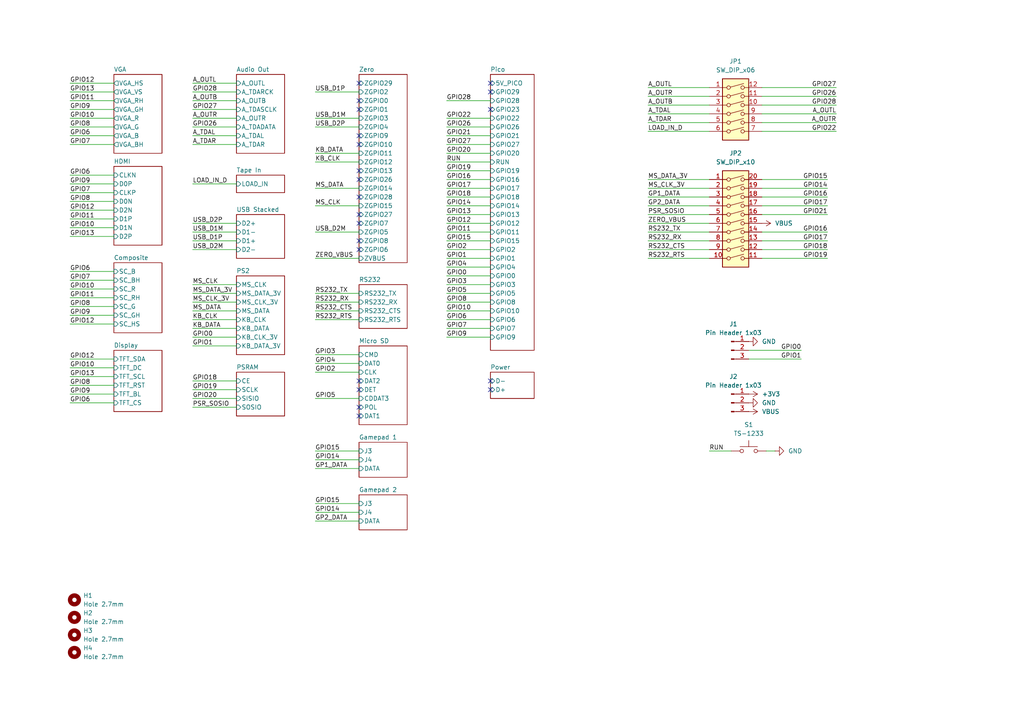
<source format=kicad_sch>
(kicad_sch (version 20250114) (generator "eeschema") (generator_version "9.0")
  (paper "A4")
  (title_block (title "FRANK M1") (date "2025-03-26") (rev "1.16") (company "Mikhail Matveev") (comment 1 "https://github.com/xtremespb/frank"))
  (lib_symbols
    (symbol "Connector:Conn_01x03_Pin" (pin_names (offset 1.016) (hide yes))
      (property "Reference" "J" (at 0 5.08 0))
      (property "Value" "Conn_01x03_Pin" (at 0 -5.08 0))
      (symbol "Conn_01x03_Pin_1_1"
        (rectangle (start 0.8636 2.667) (end 0 2.413) (stroke (width 0.1524)) (fill (type outline)))
        (rectangle (start 0.8636 0.127) (end 0 -0.127) (stroke (width 0.1524)) (fill (type outline)))
        (rectangle (start 0.8636 -2.413) (end 0 -2.667) (stroke (width 0.1524)) (fill (type outline)))
        (polyline (pts (xy 1.27 2.54) (xy 0.8636 2.54)) (stroke (width 0.1524)))
        (polyline (pts (xy 1.27 0) (xy 0.8636 0)) (stroke (width 0.1524)))
        (polyline (pts (xy 1.27 -2.54) (xy 0.8636 -2.54)) (stroke (width 0.1524)))
        (pin passive line (at 5.08 2.54 180) (length 3.81) (name "Pin_1") (number "1"))
        (pin passive line (at 5.08 0 180) (length 3.81) (name "Pin_2") (number "2"))
        (pin passive line (at 5.08 -2.54 180) (length 3.81) (name "Pin_3") (number "3"))
      )
    )
    (symbol "Mechanical:MountingHole" (pin_names (offset 1.016)) (exclude_from_sim yes) (in_bom no)
      (property "Reference" "H" (at 0 5.08 0))
      (property "Value" "MountingHole" (at 0 3.175 0))
      (symbol "MountingHole_0_1"
        (circle (center 0 0) (radius 1.27) (stroke (width 1.27)))
      )
    )
    (symbol "Switch:SW_DIP_x06" (pin_names (offset 0) (hide yes))
      (property "Reference" "SW" (at 0 11.43 0))
      (property "Value" "SW_DIP_x06" (at 0 -8.89 0))
      (symbol "SW_DIP_x06_0_0"
        (circle (center -2.032 7.62) (radius 0.508))
        (circle (center -2.032 5.08) (radius 0.508))
        (circle (center -2.032 2.54) (radius 0.508))
        (circle (center -2.032 0) (radius 0.508))
        (circle (center -2.032 -2.54) (radius 0.508))
        (circle (center -2.032 -5.08) (radius 0.508))
        (polyline (pts (xy -1.524 7.747) (xy 2.3622 8.7884)))
        (polyline (pts (xy -1.524 5.207) (xy 2.3622 6.2484)))
        (polyline (pts (xy -1.524 2.667) (xy 2.3622 3.7084)))
        (polyline (pts (xy -1.524 0.127) (xy 2.3622 1.1684)))
        (polyline (pts (xy -1.524 -2.3876) (xy 2.3622 -1.3462)))
        (polyline (pts (xy -1.524 -4.9276) (xy 2.3622 -3.8862)))
        (circle (center 2.032 7.62) (radius 0.508))
        (circle (center 2.032 5.08) (radius 0.508))
        (circle (center 2.032 2.54) (radius 0.508))
        (circle (center 2.032 0) (radius 0.508))
        (circle (center 2.032 -2.54) (radius 0.508))
        (circle (center 2.032 -5.08) (radius 0.508))
      )
      (symbol "SW_DIP_x06_0_1"
        (rectangle (start -3.81 10.16) (end 3.81 -7.62) (stroke (width 0.254)) (fill (type background)))
      )
      (symbol "SW_DIP_x06_1_1"
        (pin passive line (at -7.62 7.62 0) (length 5.08) (name "~") (number "1"))
        (pin passive line (at -7.62 5.08 0) (length 5.08) (name "~") (number "2"))
        (pin passive line (at -7.62 2.54 0) (length 5.08) (name "~") (number "3"))
        (pin passive line (at -7.62 0 0) (length 5.08) (name "~") (number "4"))
        (pin passive line (at -7.62 -2.54 0) (length 5.08) (name "~") (number "5"))
        (pin passive line (at -7.62 -5.08 0) (length 5.08) (name "~") (number "6"))
        (pin passive line (at 7.62 7.62 180) (length 5.08) (name "~") (number "12"))
        (pin passive line (at 7.62 5.08 180) (length 5.08) (name "~") (number "11"))
        (pin passive line (at 7.62 2.54 180) (length 5.08) (name "~") (number "10"))
        (pin passive line (at 7.62 0 180) (length 5.08) (name "~") (number "9"))
        (pin passive line (at 7.62 -2.54 180) (length 5.08) (name "~") (number "8"))
        (pin passive line (at 7.62 -5.08 180) (length 5.08) (name "~") (number "7"))
      )
    )
    (symbol "Switch:SW_DIP_x10" (pin_names (offset 0) (hide yes))
      (property "Reference" "SW" (at 0 16.51 0))
      (property "Value" "SW_DIP_x10" (at 0 -13.97 0))
      (symbol "SW_DIP_x10_0_0"
        (circle (center -2.032 12.7) (radius 0.508))
        (circle (center -2.032 10.16) (radius 0.508))
        (circle (center -2.032 7.62) (radius 0.508))
        (circle (center -2.032 5.08) (radius 0.508))
        (circle (center -2.032 2.54) (radius 0.508))
        (circle (center -2.032 0) (radius 0.508))
        (circle (center -2.032 -2.54) (radius 0.508))
        (circle (center -2.032 -5.08) (radius 0.508))
        (circle (center -2.032 -7.62) (radius 0.508))
        (circle (center -2.032 -10.16) (radius 0.508))
        (polyline (pts (xy -1.524 12.827) (xy 2.3622 13.8684)))
        (polyline (pts (xy -1.524 10.287) (xy 2.3622 11.3284)))
        (polyline (pts (xy -1.524 7.747) (xy 2.3622 8.7884)))
        (polyline (pts (xy -1.524 5.207) (xy 2.3622 6.2484)))
        (polyline (pts (xy -1.524 2.667) (xy 2.3622 3.7084)))
        (polyline (pts (xy -1.524 0.127) (xy 2.3622 1.1684)))
        (polyline (pts (xy -1.524 -2.3876) (xy 2.3622 -1.3462)))
        (polyline (pts (xy -1.524 -4.9276) (xy 2.3622 -3.8862)))
        (polyline (pts (xy -1.524 -7.4676) (xy 2.3622 -6.4262)))
        (polyline (pts (xy -1.524 -10.0076) (xy 2.3622 -8.9662)))
        (circle (center 2.032 12.7) (radius 0.508))
        (circle (center 2.032 10.16) (radius 0.508))
        (circle (center 2.032 7.62) (radius 0.508))
        (circle (center 2.032 5.08) (radius 0.508))
        (circle (center 2.032 2.54) (radius 0.508))
        (circle (center 2.032 0) (radius 0.508))
        (circle (center 2.032 -2.54) (radius 0.508))
        (circle (center 2.032 -5.08) (radius 0.508))
        (circle (center 2.032 -7.62) (radius 0.508))
        (circle (center 2.032 -10.16) (radius 0.508))
      )
      (symbol "SW_DIP_x10_0_1"
        (rectangle (start -3.81 15.24) (end 3.81 -12.7) (stroke (width 0.254)) (fill (type background)))
      )
      (symbol "SW_DIP_x10_1_1"
        (pin passive line (at -7.62 12.7 0) (length 5.08) (name "~") (number "1"))
        (pin passive line (at -7.62 10.16 0) (length 5.08) (name "~") (number "2"))
        (pin passive line (at -7.62 7.62 0) (length 5.08) (name "~") (number "3"))
        (pin passive line (at -7.62 5.08 0) (length 5.08) (name "~") (number "4"))
        (pin passive line (at -7.62 2.54 0) (length 5.08) (name "~") (number "5"))
        (pin passive line (at -7.62 0 0) (length 5.08) (name "~") (number "6"))
        (pin passive line (at -7.62 -2.54 0) (length 5.08) (name "~") (number "7"))
        (pin passive line (at -7.62 -5.08 0) (length 5.08) (name "~") (number "8"))
        (pin passive line (at -7.62 -7.62 0) (length 5.08) (name "~") (number "9"))
        (pin passive line (at -7.62 -10.16 0) (length 5.08) (name "~") (number "10"))
        (pin passive line (at 7.62 12.7 180) (length 5.08) (name "~") (number "20"))
        (pin passive line (at 7.62 10.16 180) (length 5.08) (name "~") (number "19"))
        (pin passive line (at 7.62 7.62 180) (length 5.08) (name "~") (number "18"))
        (pin passive line (at 7.62 5.08 180) (length 5.08) (name "~") (number "17"))
        (pin passive line (at 7.62 2.54 180) (length 5.08) (name "~") (number "16"))
        (pin passive line (at 7.62 0 180) (length 5.08) (name "~") (number "15"))
        (pin passive line (at 7.62 -2.54 180) (length 5.08) (name "~") (number "14"))
        (pin passive line (at 7.62 -5.08 180) (length 5.08) (name "~") (number "13"))
        (pin passive line (at 7.62 -7.62 180) (length 5.08) (name "~") (number "12"))
        (pin passive line (at 7.62 -10.16 180) (length 5.08) (name "~") (number "11"))
      )
    )
    (symbol "Switch:SW_Push" (pin_numbers (hide yes)) (pin_names (offset 1.016) (hide yes))
      (property "Reference" "SW" (at 1.27 2.54 0))
      (property "Value" "SW_Push" (at 0 -1.524 0))
      (symbol "SW_Push_0_1"
        (circle (center -2.032 0) (radius 0.508))
        (polyline (pts (xy 0 1.27) (xy 0 3.048)))
        (circle (center 2.032 0) (radius 0.508))
        (polyline (pts (xy 2.54 1.27) (xy -2.54 1.27)))
        (pin passive line (at -5.08 0 0) (length 2.54) (name "1") (number "1"))
        (pin passive line (at 5.08 0 180) (length 2.54) (name "2") (number "2"))
      )
    )
    (symbol "power:+3V3" (power) (pin_numbers (hide yes)) (pin_names (offset 0) (hide yes))
      (property "Value" "+3V3" (at 0 3.556 0))
      (symbol "+3V3_0_1"
        (polyline (pts (xy -0.762 1.27) (xy 0 2.54)))
        (polyline (pts (xy 0 2.54) (xy 0.762 1.27)))
        (polyline (pts (xy 0 0) (xy 0 2.54)))
      )
      (symbol "+3V3_1_1"
        (pin power_in line (at 0 0 90) (length 0) (name "~") (number "1"))
      )
    )
    (symbol "power:GND" (power) (pin_numbers (hide yes)) (pin_names (offset 0) (hide yes))
      (property "Value" "GND" (at 0 -3.81 0))
      (symbol "GND_0_1"
        (polyline (pts (xy 0 0) (xy 0 -1.27) (xy 1.27 -1.27) (xy 0 -2.54) (xy -1.27 -1.27) (xy 0 -1.27)))
      )
      (symbol "GND_1_1"
        (pin power_in line (at 0 0 270) (length 0) (name "~") (number "1"))
      )
    )
    (symbol "power:VBUS" (power) (pin_numbers (hide yes)) (pin_names (offset 0) (hide yes))
      (property "Value" "VBUS" (at 0 3.556 0))
      (symbol "VBUS_0_1"
        (polyline (pts (xy -0.762 1.27) (xy 0 2.54)))
        (polyline (pts (xy 0 2.54) (xy 0.762 1.27)))
        (polyline (pts (xy 0 0) (xy 0 2.54)))
      )
      (symbol "VBUS_1_1"
        (pin power_in line (at 0 0 90) (length 0) (name "~") (number "1"))
      )
    )
  )
  (no_connect (at 104.14 120.65))
  (no_connect (at 104.14 52.07))
  (no_connect (at 104.14 62.23))
  (no_connect (at 104.14 72.39))
  (no_connect (at 104.14 118.11))
  (no_connect (at 142.24 24.13))
  (no_connect (at 104.14 57.15))
  (no_connect (at 104.14 64.77))
  (no_connect (at 104.14 113.03))
  (no_connect (at 104.14 69.85))
  (no_connect (at 104.14 110.49))
  (no_connect (at 104.14 49.53))
  (no_connect (at 104.14 29.21))
  (no_connect (at 142.24 31.75))
  (no_connect (at 142.24 26.67))
  (no_connect (at 104.14 24.13))
  (no_connect (at 104.14 31.75))
  (no_connect (at 142.24 113.03))
  (no_connect (at 142.24 110.49))
  (no_connect (at 104.14 41.91))
  (no_connect (at 104.14 39.37))
  (wire (pts (xy 55.88 95.25) (xy 68.58 95.25)))
  (wire (pts (xy 187.96 64.77) (xy 205.74 64.77)))
  (wire (pts (xy 129.54 52.07) (xy 142.24 52.07)))
  (wire (pts (xy 55.88 53.34) (xy 68.58 53.34)))
  (wire (pts (xy 91.44 74.93) (xy 104.14 74.93)))
  (wire (pts (xy 91.44 105.41) (xy 104.14 105.41)))
  (wire (pts (xy 187.96 62.23) (xy 205.74 62.23)))
  (wire (pts (xy 20.32 93.98) (xy 33.02 93.98)))
  (wire (pts (xy 187.96 69.85) (xy 205.74 69.85)))
  (wire (pts (xy 187.96 59.69) (xy 205.74 59.69)))
  (wire (pts (xy 20.32 63.5) (xy 33.02 63.5)))
  (wire (pts (xy 91.44 59.69) (xy 104.14 59.69)))
  (wire (pts (xy 55.88 41.91) (xy 68.58 41.91)))
  (wire (pts (xy 187.96 25.4) (xy 205.74 25.4)))
  (wire (pts (xy 224.79 130.81) (xy 222.25 130.81)))
  (wire (pts (xy 187.96 27.94) (xy 205.74 27.94)))
  (wire (pts (xy 205.74 130.81) (xy 212.09 130.81)))
  (wire (pts (xy 220.98 33.02) (xy 242.57 33.02)))
  (wire (pts (xy 20.32 106.68) (xy 33.02 106.68)))
  (wire (pts (xy 129.54 44.45) (xy 142.24 44.45)))
  (wire (pts (xy 91.44 67.31) (xy 104.14 67.31)))
  (wire (pts (xy 55.88 90.17) (xy 68.58 90.17)))
  (wire (pts (xy 20.32 39.37) (xy 33.02 39.37)))
  (wire (pts (xy 187.96 52.07) (xy 205.74 52.07)))
  (wire (pts (xy 220.98 62.23) (xy 240.03 62.23)))
  (wire (pts (xy 55.88 72.39) (xy 68.58 72.39)))
  (wire (pts (xy 91.44 34.29) (xy 104.14 34.29)))
  (wire (pts (xy 129.54 74.93) (xy 142.24 74.93)))
  (wire (pts (xy 91.44 135.89) (xy 104.14 135.89)))
  (wire (pts (xy 232.41 104.14) (xy 217.17 104.14)))
  (wire (pts (xy 20.32 41.91) (xy 33.02 41.91)))
  (wire (pts (xy 55.88 67.31) (xy 68.58 67.31)))
  (wire (pts (xy 91.44 54.61) (xy 104.14 54.61)))
  (wire (pts (xy 20.32 86.36) (xy 33.02 86.36)))
  (wire (pts (xy 187.96 38.1) (xy 205.74 38.1)))
  (wire (pts (xy 129.54 54.61) (xy 142.24 54.61)))
  (wire (pts (xy 220.98 27.94) (xy 242.57 27.94)))
  (wire (pts (xy 20.32 111.76) (xy 33.02 111.76)))
  (wire (pts (xy 55.88 29.21) (xy 68.58 29.21)))
  (wire (pts (xy 55.88 113.03) (xy 68.58 113.03)))
  (wire (pts (xy 91.44 26.67) (xy 104.14 26.67)))
  (wire (pts (xy 91.44 36.83) (xy 104.14 36.83)))
  (wire (pts (xy 220.98 35.56) (xy 242.57 35.56)))
  (wire (pts (xy 91.44 92.71) (xy 104.14 92.71)))
  (wire (pts (xy 129.54 34.29) (xy 142.24 34.29)))
  (wire (pts (xy 20.32 58.42) (xy 33.02 58.42)))
  (wire (pts (xy 20.32 114.3) (xy 33.02 114.3)))
  (wire (pts (xy 129.54 46.99) (xy 142.24 46.99)))
  (wire (pts (xy 20.32 109.22) (xy 33.02 109.22)))
  (wire (pts (xy 187.96 54.61) (xy 205.74 54.61)))
  (wire (pts (xy 129.54 77.47) (xy 142.24 77.47)))
  (wire (pts (xy 129.54 95.25) (xy 142.24 95.25)))
  (wire (pts (xy 129.54 62.23) (xy 142.24 62.23)))
  (wire (pts (xy 91.44 146.05) (xy 104.14 146.05)))
  (wire (pts (xy 20.32 53.34) (xy 33.02 53.34)))
  (wire (pts (xy 129.54 87.63) (xy 142.24 87.63)))
  (wire (pts (xy 20.32 50.8) (xy 33.02 50.8)))
  (wire (pts (xy 20.32 83.82) (xy 33.02 83.82)))
  (wire (pts (xy 129.54 57.15) (xy 142.24 57.15)))
  (wire (pts (xy 91.44 87.63) (xy 104.14 87.63)))
  (wire (pts (xy 91.44 44.45) (xy 104.14 44.45)))
  (wire (pts (xy 129.54 39.37) (xy 142.24 39.37)))
  (wire (pts (xy 55.88 92.71) (xy 68.58 92.71)))
  (wire (pts (xy 220.98 30.48) (xy 242.57 30.48)))
  (wire (pts (xy 91.44 115.57) (xy 104.14 115.57)))
  (wire (pts (xy 220.98 67.31) (xy 240.03 67.31)))
  (wire (pts (xy 220.98 54.61) (xy 240.03 54.61)))
  (wire (pts (xy 55.88 97.79) (xy 68.58 97.79)))
  (wire (pts (xy 20.32 36.83) (xy 33.02 36.83)))
  (wire (pts (xy 20.32 31.75) (xy 33.02 31.75)))
  (wire (pts (xy 55.88 85.09) (xy 68.58 85.09)))
  (wire (pts (xy 55.88 26.67) (xy 68.58 26.67)))
  (wire (pts (xy 129.54 59.69) (xy 142.24 59.69)))
  (wire (pts (xy 20.32 24.13) (xy 33.02 24.13)))
  (wire (pts (xy 187.96 74.93) (xy 205.74 74.93)))
  (wire (pts (xy 91.44 151.13) (xy 104.14 151.13)))
  (wire (pts (xy 20.32 66.04) (xy 33.02 66.04)))
  (wire (pts (xy 55.88 115.57) (xy 68.58 115.57)))
  (wire (pts (xy 55.88 64.77) (xy 68.58 64.77)))
  (wire (pts (xy 20.32 78.74) (xy 33.02 78.74)))
  (wire (pts (xy 55.88 110.49) (xy 68.58 110.49)))
  (wire (pts (xy 220.98 72.39) (xy 240.03 72.39)))
  (wire (pts (xy 129.54 72.39) (xy 142.24 72.39)))
  (wire (pts (xy 55.88 87.63) (xy 68.58 87.63)))
  (wire (pts (xy 20.32 34.29) (xy 33.02 34.29)))
  (wire (pts (xy 220.98 69.85) (xy 240.03 69.85)))
  (wire (pts (xy 20.32 55.88) (xy 33.02 55.88)))
  (wire (pts (xy 129.54 85.09) (xy 142.24 85.09)))
  (wire (pts (xy 220.98 57.15) (xy 240.03 57.15)))
  (wire (pts (xy 55.88 34.29) (xy 68.58 34.29)))
  (wire (pts (xy 129.54 82.55) (xy 142.24 82.55)))
  (wire (pts (xy 220.98 38.1) (xy 242.57 38.1)))
  (wire (pts (xy 129.54 36.83) (xy 142.24 36.83)))
  (wire (pts (xy 220.98 52.07) (xy 240.03 52.07)))
  (wire (pts (xy 91.44 130.81) (xy 104.14 130.81)))
  (wire (pts (xy 220.98 59.69) (xy 240.03 59.69)))
  (wire (pts (xy 129.54 41.91) (xy 142.24 41.91)))
  (wire (pts (xy 129.54 67.31) (xy 142.24 67.31)))
  (wire (pts (xy 55.88 69.85) (xy 68.58 69.85)))
  (wire (pts (xy 20.32 104.14) (xy 33.02 104.14)))
  (wire (pts (xy 20.32 81.28) (xy 33.02 81.28)))
  (wire (pts (xy 20.32 88.9) (xy 33.02 88.9)))
  (wire (pts (xy 55.88 24.13) (xy 68.58 24.13)))
  (wire (pts (xy 20.32 29.21) (xy 33.02 29.21)))
  (wire (pts (xy 20.32 91.44) (xy 33.02 91.44)))
  (wire (pts (xy 91.44 90.17) (xy 104.14 90.17)))
  (wire (pts (xy 129.54 97.79) (xy 142.24 97.79)))
  (wire (pts (xy 55.88 36.83) (xy 68.58 36.83)))
  (wire (pts (xy 129.54 90.17) (xy 142.24 90.17)))
  (wire (pts (xy 91.44 85.09) (xy 104.14 85.09)))
  (wire (pts (xy 129.54 29.21) (xy 142.24 29.21)))
  (wire (pts (xy 55.88 31.75) (xy 68.58 31.75)))
  (wire (pts (xy 129.54 69.85) (xy 142.24 69.85)))
  (wire (pts (xy 220.98 25.4) (xy 242.57 25.4)))
  (wire (pts (xy 187.96 30.48) (xy 205.74 30.48)))
  (wire (pts (xy 129.54 64.77) (xy 142.24 64.77)))
  (wire (pts (xy 187.96 35.56) (xy 205.74 35.56)))
  (wire (pts (xy 187.96 67.31) (xy 205.74 67.31)))
  (wire (pts (xy 187.96 72.39) (xy 205.74 72.39)))
  (wire (pts (xy 91.44 133.35) (xy 104.14 133.35)))
  (wire (pts (xy 187.96 57.15) (xy 205.74 57.15)))
  (wire (pts (xy 232.41 101.6) (xy 217.17 101.6)))
  (wire (pts (xy 20.32 116.84) (xy 33.02 116.84)))
  (wire (pts (xy 129.54 49.53) (xy 142.24 49.53)))
  (wire (pts (xy 55.88 100.33) (xy 68.58 100.33)))
  (wire (pts (xy 220.98 74.93) (xy 240.03 74.93)))
  (wire (pts (xy 55.88 39.37) (xy 68.58 39.37)))
  (wire (pts (xy 91.44 148.59) (xy 104.14 148.59)))
  (wire (pts (xy 91.44 46.99) (xy 104.14 46.99)))
  (wire (pts (xy 20.32 26.67) (xy 33.02 26.67)))
  (wire (pts (xy 55.88 118.11) (xy 68.58 118.11)))
  (wire (pts (xy 20.32 60.96) (xy 33.02 60.96)))
  (wire (pts (xy 129.54 92.71) (xy 142.24 92.71)))
  (wire (pts (xy 91.44 107.95) (xy 104.14 107.95)))
  (wire (pts (xy 129.54 80.01) (xy 142.24 80.01)))
  (wire (pts (xy 20.32 68.58) (xy 33.02 68.58)))
  (wire (pts (xy 55.88 82.55) (xy 68.58 82.55)))
  (wire (pts (xy 187.96 33.02) (xy 205.74 33.02)))
  (wire (pts (xy 91.44 102.87) (xy 104.14 102.87)))
  (label "GPIO10" (at 20.32 83.82 0))
  (label "RS232_RX" (at 91.44 87.63 0))
  (label "A_OUTL" (at 242.57 33.02 180))
  (label "GPIO7" (at 20.32 55.88 0))
  (label "GPIO14" (at 91.44 148.59 0))
  (label "GPIO15" (at 91.44 146.05 0))
  (label "RS232_TX" (at 187.96 67.31 0))
  (label "GPIO19" (at 55.88 113.03 0))
  (label "GPIO3" (at 91.44 102.87 0))
  (label "GPIO19" (at 240.03 74.93 180))
  (label "GPIO12" (at 20.32 24.13 0))
  (label "USB_D1P" (at 91.44 26.67 0))
  (label "GPIO9" (at 20.32 31.75 0))
  (label "GPIO20" (at 129.54 44.45 0))
  (label "GPIO8" (at 20.32 88.9 0))
  (label "GPIO9" (at 129.54 97.79 0))
  (label "GPIO3" (at 129.54 82.55 0))
  (label "GP1_DATA" (at 91.44 135.89 0))
  (label "GPIO20" (at 55.88 115.57 0))
  (label "GPIO1" (at 232.41 104.14 180))
  (label "GPIO27" (at 129.54 41.91 0))
  (label "GPIO17" (at 129.54 54.61 0))
  (label "GPIO14" (at 91.44 133.35 0))
  (label "GPIO16" (at 240.03 67.31 180))
  (label "A_TDAL" (at 187.96 33.02 0))
  (label "GPIO17" (at 240.03 59.69 180))
  (label "GPIO6" (at 129.54 92.71 0))
  (label "GPIO26" (at 55.88 36.83 0))
  (label "LOAD_IN_D" (at 55.88 53.34 0))
  (label "GPIO18" (at 55.88 110.49 0))
  (label "RS232_CTS" (at 91.44 90.17 0))
  (label "A_OUTL" (at 187.96 25.4 0))
  (label "GPIO5" (at 91.44 115.57 0))
  (label "GPIO21" (at 240.03 62.23 180))
  (label "MS_DATA" (at 55.88 90.17 0))
  (label "ZERO_VBUS" (at 187.96 64.77 0))
  (label "GPIO28" (at 55.88 26.67 0))
  (label "GP2_DATA" (at 187.96 59.69 0))
  (label "RUN" (at 129.54 46.99 0))
  (label "ZERO_VBUS" (at 91.44 74.93 0))
  (label "GPIO27" (at 55.88 31.75 0))
  (label "GPIO9" (at 20.32 91.44 0))
  (label "GPIO12" (at 20.32 60.96 0))
  (label "GPIO13" (at 129.54 62.23 0))
  (label "GPIO8" (at 129.54 87.63 0))
  (label "KB_DATA" (at 55.88 95.25 0))
  (label "KB_CLK" (at 91.44 46.99 0))
  (label "MS_CLK_3V" (at 187.96 54.61 0))
  (label "USB_D1M" (at 55.88 67.31 0))
  (label "GPIO15" (at 240.03 52.07 180))
  (label "USB_D2P" (at 55.88 64.77 0))
  (label "A_TDAL" (at 55.88 39.37 0))
  (label "GPIO2" (at 129.54 72.39 0))
  (label "GPIO28" (at 129.54 29.21 0))
  (label "GPIO7" (at 20.32 81.28 0))
  (label "GPIO14" (at 129.54 59.69 0))
  (label "GPIO22" (at 129.54 34.29 0))
  (label "LOAD_IN_D" (at 187.96 38.1 0))
  (label "USB_D2M" (at 55.88 72.39 0))
  (label "GPIO0" (at 55.88 97.79 0))
  (label "MS_DATA" (at 91.44 54.61 0))
  (label "MS_CLK" (at 91.44 59.69 0))
  (label "RS232_CTS" (at 187.96 72.39 0))
  (label "KB_CLK" (at 55.88 92.71 0))
  (label "MS_CLK" (at 55.88 82.55 0))
  (label "GPIO19" (at 129.54 49.53 0))
  (label "A_OUTB" (at 55.88 29.21 0))
  (label "GPIO7" (at 20.32 41.91 0))
  (label "GPIO18" (at 129.54 57.15 0))
  (label "GPIO13" (at 20.32 109.22 0))
  (label "GPIO21" (at 129.54 39.37 0))
  (label "GPIO28" (at 242.57 30.48 180))
  (label "GPIO11" (at 20.32 86.36 0))
  (label "GPIO8" (at 20.32 111.76 0))
  (label "GPIO13" (at 20.32 68.58 0))
  (label "GPIO13" (at 20.32 26.67 0))
  (label "A_OUTB" (at 187.96 30.48 0))
  (label "GPIO2" (at 91.44 107.95 0))
  (label "GPIO6" (at 20.32 50.8 0))
  (label "GPIO5" (at 129.54 85.09 0))
  (label "GP2_DATA" (at 91.44 151.13 0))
  (label "GPIO12" (at 20.32 104.14 0))
  (label "GPIO1" (at 55.88 100.33 0))
  (label "MS_DATA_3V" (at 55.88 85.09 0))
  (label "MS_DATA_3V" (at 187.96 52.07 0))
  (label "GPIO8" (at 20.32 58.42 0))
  (label "GPIO9" (at 20.32 114.3 0))
  (label "GPIO11" (at 20.32 63.5 0))
  (label "GPIO10" (at 129.54 90.17 0))
  (label "KB_DATA" (at 91.44 44.45 0))
  (label "GPIO8" (at 20.32 36.83 0))
  (label "USB_D2P" (at 91.44 36.83 0))
  (label "MS_CLK_3V" (at 55.88 87.63 0))
  (label "GP1_DATA" (at 187.96 57.15 0))
  (label "RS232_TX" (at 91.44 85.09 0))
  (label "GPIO11" (at 129.54 67.31 0))
  (label "GPIO18" (at 240.03 72.39 180))
  (label "GPIO4" (at 129.54 77.47 0))
  (label "GPIO26" (at 242.57 27.94 180))
  (label "GPIO7" (at 129.54 95.25 0))
  (label "GPIO16" (at 240.03 57.15 180))
  (label "A_OUTR" (at 187.96 27.94 0))
  (label "GPIO12" (at 20.32 93.98 0))
  (label "GPIO15" (at 129.54 69.85 0))
  (label "GPIO10" (at 20.32 34.29 0))
  (label "GPIO27" (at 242.57 25.4 180))
  (label "GPIO6" (at 20.32 39.37 0))
  (label "A_OUTR" (at 55.88 34.29 0))
  (label "RUN" (at 205.74 130.81 0))
  (label "GPIO11" (at 20.32 29.21 0))
  (label "GPIO17" (at 240.03 69.85 180))
  (label "PSR_SOSIO" (at 55.88 118.11 0))
  (label "RS232_RTS" (at 91.44 92.71 0))
  (label "A_OUTR" (at 242.57 35.56 180))
  (label "GPIO0" (at 129.54 80.01 0))
  (label "A_TDAR" (at 187.96 35.56 0))
  (label "GPIO12" (at 129.54 64.77 0))
  (label "GPIO1" (at 129.54 74.93 0))
  (label "A_TDAR" (at 55.88 41.91 0))
  (label "GPIO0" (at 232.41 101.6 180))
  (label "GPIO4" (at 91.44 105.41 0))
  (label "RS232_RX" (at 187.96 69.85 0))
  (label "GPIO15" (at 91.44 130.81 0))
  (label "A_OUTL" (at 55.88 24.13 0))
  (label "GPIO26" (at 129.54 36.83 0))
  (label "GPIO9" (at 20.32 53.34 0))
  (label "GPIO10" (at 20.32 106.68 0))
  (label "USB_D1M" (at 91.44 34.29 0))
  (label "GPIO6" (at 20.32 78.74 0))
  (label "GPIO14" (at 240.03 54.61 180))
  (label "GPIO22" (at 242.57 38.1 180))
  (label "GPIO6" (at 20.32 116.84 0))
  (label "GPIO10" (at 20.32 66.04 0))
  (label "PSR_SOSIO" (at 187.96 62.23 0))
  (label "GPIO16" (at 129.54 52.07 0))
  (label "USB_D2M" (at 91.44 67.31 0))
  (label "USB_D1P" (at 55.88 69.85 0))
  (label "RS232_RTS" (at 187.96 74.93 0))
  (symbol (lib_id "power:VBUS") (at 217.17 119.38 270) (unit 1)
    (property "Reference" "#PWR05" (effects (hide yes)))
    (property "Value" "VBUS" (at 220.98 119.3799 90) (effects (justify left)))
    (property "Description" "Power symbol creates a global label with name \"VBUS\"" (effects (hide yes)))
  )
  (symbol (lib_id "power:GND") (at 224.79 130.81 90) (unit 1)
    (property "Reference" "#PWR06" (effects (hide yes)))
    (property "Value" "GND" (at 228.6 130.8099 90) (effects (justify right)))
    (property "Description" "Power symbol creates a global label with name \"GND\" , ground" (effects (hide yes)))
  )
  (symbol (lib_id "Connector:Conn_01x03_Pin") (at 212.09 101.6 0) (unit 1)
    (property "Reference" "J1" (at 212.725 93.98 0))
    (property "Value" "Pin Header 1x03" (at 212.725 96.52 0))
    (property "Footprint" "FRANK:Pin Header (1x03)" (effects (hide yes)))
    (property "Description" "Generic connector, single row, 01x03, script generated" (effects (hide yes)))
    (property "AliExpress" "https://www.aliexpress.com/item/1005007039504981.html" (effects (hide yes)))
  )
  (symbol (lib_id "power:+3V3") (at 217.17 114.3 270) (unit 1)
    (property "Reference" "#PWR03" (effects (hide yes)))
    (property "Value" "+3V3" (at 220.98 114.2999 90) (effects (justify left)))
    (property "Description" "Power symbol creates a global label with name \"+3V3\"" (effects (hide yes)))
  )
  (symbol (lib_id "power:VBUS") (at 220.98 64.77 270) (unit 1)
    (property "Reference" "#PWR01" (effects (hide yes)))
    (property "Value" "VBUS" (at 224.79 64.7699 90) (effects (justify left)))
    (property "Description" "Power symbol creates a global label with name \"VBUS\"" (effects (hide yes)))
  )
  (symbol (lib_id "power:GND") (at 217.17 99.06 90) (unit 1)
    (property "Reference" "#PWR02" (effects (hide yes)))
    (property "Value" "GND" (at 220.98 99.0599 90) (effects (justify right)))
    (property "Description" "Power symbol creates a global label with name \"GND\" , ground" (effects (hide yes)))
  )
  (symbol (lib_id "power:GND") (at 217.17 116.84 90) (unit 1)
    (property "Reference" "#PWR04" (effects (hide yes)))
    (property "Value" "GND" (at 220.98 116.8399 90) (effects (justify right)))
    (property "Description" "Power symbol creates a global label with name \"GND\" , ground" (effects (hide yes)))
  )
  (symbol (lib_id "Mechanical:MountingHole") (at 21.59 184.15 0) (unit 1) (exclude_from_sim yes) (in_bom no)
    (property "Reference" "H3" (at 24.13 182.8799 0) (effects (justify left)))
    (property "Value" "Hole 2.7mm" (at 24.13 185.4199 0) (effects (justify left)))
    (property "Footprint" "FRANK:Mounting Hole (2.7mm)" (effects (hide yes)))
    (property "Description" "Mounting Hole without connection" (effects (hide yes)))
  )
  (symbol (lib_id "Switch:SW_Push") (at 217.17 130.81 0) (unit 1)
    (property "Reference" "S1" (at 217.17 123.19 0))
    (property "Value" "TS-1233" (at 217.17 125.73 0))
    (property "Footprint" "FRANK:Button (SMD, 3x3mm, 1-1)" (effects (hide yes)))
    (property "Datasheet" "https://img.klsele.com/admin/product_upload/20150508135408KLS7-TS3302.pdf" (effects (hide yes)))
    (property "AliExpress" "https://www.aliexpress.com/item/1005007359248990.html" (effects (hide yes)))
  )
  (symbol (lib_id "Mechanical:MountingHole") (at 21.59 179.07 0) (unit 1) (exclude_from_sim yes) (in_bom no)
    (property "Reference" "H2" (at 24.13 177.7999 0) (effects (justify left)))
    (property "Value" "Hole 2.7mm" (at 24.13 180.3399 0) (effects (justify left)))
    (property "Footprint" "FRANK:Mounting Hole (2.7mm)" (effects (hide yes)))
    (property "Description" "Mounting Hole without connection" (effects (hide yes)))
  )
  (symbol (lib_id "Mechanical:MountingHole") (at 21.59 189.23 0) (unit 1) (exclude_from_sim yes) (in_bom no)
    (property "Reference" "H4" (at 24.13 187.9599 0) (effects (justify left)))
    (property "Value" "Hole 2.7mm" (at 24.13 190.4999 0) (effects (justify left)))
    (property "Footprint" "FRANK:Mounting Hole (2.7mm)" (effects (hide yes)))
    (property "Description" "Mounting Hole without connection" (effects (hide yes)))
  )
  (symbol (lib_id "Mechanical:MountingHole") (at 21.59 173.99 0) (unit 1) (exclude_from_sim yes) (in_bom no)
    (property "Reference" "H1" (at 24.13 172.7199 0) (effects (justify left)))
    (property "Value" "Hole 2.7mm" (at 24.13 175.2599 0) (effects (justify left)))
    (property "Footprint" "FRANK:Mounting Hole (2.7mm)" (effects (hide yes)))
    (property "Description" "Mounting Hole without connection" (effects (hide yes)))
  )
  (symbol (lib_id "Switch:SW_DIP_x10") (at 213.36 64.77 0) (unit 1)
    (property "Reference" "JP2" (at 213.36 44.45 0))
    (property "Value" "SW_DIP_x10" (at 213.36 46.99 0))
    (property "Footprint" "FRANK:DIP Switch (10)" (effects (hide yes)))
    (property "Description" "10x DIP Switch, Single Pole Single Throw (SPST) switch, small symbol" (effects (hide yes)))
  )
  (symbol (lib_id "Connector:Conn_01x03_Pin") (at 212.09 116.84 0) (unit 1)
    (property "Reference" "J2" (at 212.725 109.22 0))
    (property "Value" "Pin Header 1x03" (at 212.725 111.76 0))
    (property "Footprint" "FRANK:Pin Header (1x03)" (effects (hide yes)))
    (property "Description" "Generic connector, single row, 01x03, script generated" (effects (hide yes)))
    (property "AliExpress" "https://www.aliexpress.com/item/1005007039504981.html" (effects (hide yes)))
  )
  (symbol (lib_id "Switch:SW_DIP_x06") (at 213.36 33.02 0) (unit 1)
    (property "Reference" "JP1" (at 213.36 17.78 0))
    (property "Value" "SW_DIP_x06" (at 213.36 20.32 0))
    (property "Footprint" "FRANK:DIP Switch (6)" (effects (hide yes)))
    (property "Description" "6x DIP Switch, Single Pole Single Throw (SPST) switch, small symbol" (effects (hide yes)))
  )
  (sheet (at 33.02 101.6) (size 13.97 17.78) (stroke (width 0.1524))
    (property "Sheetname" "Display" (at 33.02 100.8884 0) (effects (justify left bottom)))
    (property "Sheetfile" "display.kicad_sch" (effects (hide yes)))
    (pin "TFT_SDA" input (at 33.02 104.14 180))
    (pin "TFT_DC" input (at 33.02 106.68 180))
    (pin "TFT_SCL" input (at 33.02 109.22 180))
    (pin "TFT_RST" input (at 33.02 111.76 180))
    (pin "TFT_BL" input (at 33.02 114.3 180))
    (pin "TFT_CS" input (at 33.02 116.84 180))
  )
  (sheet (at 33.02 21.59) (size 13.97 22.86) (stroke (width 0.1524))
    (property "Sheetname" "VGA" (at 33.02 20.8784 0) (effects (justify left bottom)))
    (property "Sheetfile" "vga.kicad_sch" (effects (hide yes)))
    (pin "VGA_HS" output (at 33.02 24.13 180))
    (pin "VGA_VS" output (at 33.02 26.67 180))
    (pin "VGA_RH" output (at 33.02 29.21 180))
    (pin "VGA_GH" output (at 33.02 31.75 180))
    (pin "VGA_R" output (at 33.02 34.29 180))
    (pin "VGA_G" output (at 33.02 36.83 180))
    (pin "VGA_B" output (at 33.02 39.37 180))
    (pin "VGA_BH" output (at 33.02 41.91 180))
  )
  (sheet (at 104.14 100.33) (size 13.97 22.86) (stroke (width 0.1524))
    (property "Sheetname" "Micro SD" (at 104.14 99.6184 0) (effects (justify left bottom)))
    (property "Sheetfile" "sd.kicad_sch" (effects (hide yes)))
    (pin "CMD" input (at 104.14 102.87 180))
    (pin "DAT0" input (at 104.14 105.41 180))
    (pin "CLK" input (at 104.14 107.95 180))
    (pin "DAT2" input (at 104.14 110.49 180))
    (pin "DET" input (at 104.14 113.03 180))
    (pin "CDDAT3" input (at 104.14 115.57 180))
    (pin "POL" input (at 104.14 118.11 180))
    (pin "DAT1" input (at 104.14 120.65 180))
  )
  (sheet (at 33.02 76.2) (size 13.97 20.32) (stroke (width 0.1524))
    (property "Sheetname" "Composite" (at 33.02 75.4884 0) (effects (justify left bottom)))
    (property "Sheetfile" "composite.kicad_sch" (effects (hide yes)))
    (pin "SC_B" input (at 33.02 78.74 180))
    (pin "SC_BH" input (at 33.02 81.28 180))
    (pin "SC_R" input (at 33.02 83.82 180))
    (pin "SC_RH" input (at 33.02 86.36 180))
    (pin "SC_G" input (at 33.02 88.9 180))
    (pin "SC_GH" input (at 33.02 91.44 180))
    (pin "SC_HS" input (at 33.02 93.98 180))
  )
  (sheet (at 68.58 50.8) (size 13.97 5.08) (stroke (width 0.1524))
    (property "Sheetname" "Tape In" (at 68.58 50.0884 0) (effects (justify left bottom)))
    (property "Sheetfile" "tape.kicad_sch" (effects (hide yes)))
    (pin "LOAD_IN" input (at 68.58 53.34 180))
  )
  (sheet (at 142.24 107.95) (size 12.7 7.62) (stroke (width 0.1524))
    (property "Sheetname" "Power" (at 142.24 107.2384 0) (effects (justify left bottom)))
    (property "Sheetfile" "power.kicad_sch" (effects (hide yes)))
    (pin "D-" input (at 142.24 110.49 180))
    (pin "D+" input (at 142.24 113.03 180))
  )
  (sheet (at 142.24 21.59) (size 12.7 80.01) (stroke (width 0.1524))
    (property "Sheetname" "Pico" (at 142.24 20.8784 0) (effects (justify left bottom)))
    (property "Sheetfile" "pico.kicad_sch" (effects (hide yes)))
    (pin "5V_PICO" input (at 142.24 24.13 180))
    (pin "GPIO29" input (at 142.24 26.67 180))
    (pin "GPIO28" input (at 142.24 29.21 180))
    (pin "GPIO23" input (at 142.24 31.75 180))
    (pin "GPIO22" input (at 142.24 34.29 180))
    (pin "GPIO26" input (at 142.24 36.83 180))
    (pin "GPIO21" input (at 142.24 39.37 180))
    (pin "GPIO27" input (at 142.24 41.91 180))
    (pin "GPIO20" input (at 142.24 44.45 180))
    (pin "RUN" input (at 142.24 46.99 180))
    (pin "GPIO19" input (at 142.24 49.53 180))
    (pin "GPIO16" input (at 142.24 52.07 180))
    (pin "GPIO17" input (at 142.24 54.61 180))
    (pin "GPIO18" input (at 142.24 57.15 180))
    (pin "GPIO14" input (at 142.24 59.69 180))
    (pin "GPIO13" input (at 142.24 62.23 180))
    (pin "GPIO12" input (at 142.24 64.77 180))
    (pin "GPIO11" input (at 142.24 67.31 180))
    (pin "GPIO15" input (at 142.24 69.85 180))
    (pin "GPIO2" input (at 142.24 72.39 180))
    (pin "GPIO1" input (at 142.24 74.93 180))
    (pin "GPIO4" input (at 142.24 77.47 180))
    (pin "GPIO0" input (at 142.24 80.01 180))
    (pin "GPIO3" input (at 142.24 82.55 180))
    (pin "GPIO5" input (at 142.24 85.09 180))
    (pin "GPIO8" input (at 142.24 87.63 180))
    (pin "GPIO10" input (at 142.24 90.17 180))
    (pin "GPIO6" input (at 142.24 92.71 180))
    (pin "GPIO7" input (at 142.24 95.25 180))
    (pin "GPIO9" input (at 142.24 97.79 180))
  )
  (sheet (at 104.14 128.27) (size 13.97 10.16) (stroke (width 0.1524))
    (property "Sheetname" "Gamepad 1" (at 104.14 127.5584 0) (effects (justify left bottom)))
    (property "Sheetfile" "gamepad.kicad_sch" (effects (hide yes)))
    (pin "J3" input (at 104.14 130.81 180))
    (pin "J4" input (at 104.14 133.35 180))
    (pin "DATA" input (at 104.14 135.89 180))
  )
  (sheet (at 104.14 82.55) (size 13.97 12.7) (stroke (width 0.1524))
    (property "Sheetname" "RS232" (at 104.14 81.8384 0) (effects (justify left bottom)))
    (property "Sheetfile" "rs232.kicad_sch" (effects (hide yes)))
    (pin "RS232_TX" input (at 104.14 85.09 180))
    (pin "RS232_RX" input (at 104.14 87.63 180))
    (pin "RS232_CTS" input (at 104.14 90.17 180))
    (pin "RS232_RTS" input (at 104.14 92.71 180))
  )
  (sheet (at 68.58 80.01) (size 13.97 22.86) (stroke (width 0.1524))
    (property "Sheetname" "PS2" (at 68.58 79.2984 0) (effects (justify left bottom)))
    (property "Sheetfile" "ps2.kicad_sch" (effects (hide yes)))
    (pin "MS_CLK" input (at 68.58 82.55 180))
    (pin "MS_DATA_3V" input (at 68.58 85.09 180))
    (pin "MS_CLK_3V" input (at 68.58 87.63 180))
    (pin "MS_DATA" input (at 68.58 90.17 180))
    (pin "KB_CLK" input (at 68.58 92.71 180))
    (pin "KB_DATA" input (at 68.58 95.25 180))
    (pin "KB_CLK_3V" input (at 68.58 97.79 180))
    (pin "KB_DATA_3V" input (at 68.58 100.33 180))
  )
  (sheet (at 68.58 62.23) (size 13.97 12.7) (stroke (width 0.1524))
    (property "Sheetname" "USB Stacked" (at 68.58 61.5184 0) (effects (justify left bottom)))
    (property "Sheetfile" "usbstack.kicad_sch" (effects (hide yes)))
    (pin "D2+" input (at 68.58 64.77 180))
    (pin "D1-" input (at 68.58 67.31 180))
    (pin "D1+" input (at 68.58 69.85 180))
    (pin "D2-" input (at 68.58 72.39 180))
  )
  (sheet (at 68.58 107.95) (size 13.97 12.7) (stroke (width 0.1524))
    (property "Sheetname" "PSRAM" (at 68.58 107.2384 0) (effects (justify left bottom)))
    (property "Sheetfile" "psram.kicad_sch" (effects (hide yes)))
    (pin "CE" input (at 68.58 110.49 180))
    (pin "SCLK" input (at 68.58 113.03 180))
    (pin "SISIO" input (at 68.58 115.57 180))
    (pin "SOSIO" input (at 68.58 118.11 180))
  )
  (sheet (at 33.02 48.26) (size 13.97 22.86) (stroke (width 0.1524))
    (property "Sheetname" "HDMI" (at 33.02 47.5484 0) (effects (justify left bottom)))
    (property "Sheetfile" "hdmi.kicad_sch" (effects (hide yes)))
    (pin "CLKN" input (at 33.02 50.8 180))
    (pin "D0P" input (at 33.02 53.34 180))
    (pin "CLKP" input (at 33.02 55.88 180))
    (pin "D0N" input (at 33.02 58.42 180))
    (pin "D2N" input (at 33.02 60.96 180))
    (pin "D1P" input (at 33.02 63.5 180))
    (pin "D1N" input (at 33.02 66.04 180))
    (pin "D2P" input (at 33.02 68.58 180))
  )
  (sheet (at 104.14 143.51) (size 13.97 10.16) (stroke (width 0.1524))
    (property "Sheetname" "Gamepad 2" (at 104.14 142.7984 0) (effects (justify left bottom)))
    (property "Sheetfile" "gamepad.kicad_sch" (effects (hide yes)))
    (pin "J3" input (at 104.14 146.05 180))
    (pin "J4" input (at 104.14 148.59 180))
    (pin "DATA" input (at 104.14 151.13 180))
  )
  (sheet (at 68.58 21.59) (size 13.97 22.86) (stroke (width 0.1524))
    (property "Sheetname" "Audio Out" (at 68.58 20.8784 0) (effects (justify left bottom)))
    (property "Sheetfile" "audio.kicad_sch" (effects (hide yes)))
    (pin "A_OUTL" input (at 68.58 24.13 180))
    (pin "A_TDARCK" input (at 68.58 26.67 180))
    (pin "A_OUTB" input (at 68.58 29.21 180))
    (pin "A_TDASCLK" input (at 68.58 31.75 180))
    (pin "A_OUTR" input (at 68.58 34.29 180))
    (pin "A_TDADATA" input (at 68.58 36.83 180))
    (pin "A_TDAL" input (at 68.58 39.37 180))
    (pin "A_TDAR" input (at 68.58 41.91 180))
  )
  (sheet (at 104.14 21.59) (size 13.97 54.61) (stroke (width 0.1524))
    (property "Sheetname" "Zero" (at 104.14 20.8784 0) (effects (justify left bottom)))
    (property "Sheetfile" "zero.kicad_sch" (effects (hide yes)))
    (pin "ZGPIO29" input (at 104.14 24.13 180))
    (pin "ZGPIO2" input (at 104.14 26.67 180))
    (pin "ZGPIO0" input (at 104.14 29.21 180))
    (pin "ZGPIO1" input (at 104.14 31.75 180))
    (pin "ZGPIO3" input (at 104.14 34.29 180))
    (pin "ZGPIO4" input (at 104.14 36.83 180))
    (pin "ZGPIO9" input (at 104.14 39.37 180))
    (pin "ZGPIO10" input (at 104.14 41.91 180))
    (pin "ZGPIO11" input (at 104.14 44.45 180))
    (pin "ZGPIO12" input (at 104.14 46.99 180))
    (pin "ZGPIO13" input (at 104.14 49.53 180))
    (pin "ZGPIO26" input (at 104.14 52.07 180))
    (pin "ZGPIO14" input (at 104.14 54.61 180))
    (pin "ZGPIO28" input (at 104.14 57.15 180))
    (pin "ZGPIO15" input (at 104.14 59.69 180))
    (pin "ZGPIO27" input (at 104.14 62.23 180))
    (pin "ZGPIO7" input (at 104.14 64.77 180))
    (pin "ZGPIO5" input (at 104.14 67.31 180))
    (pin "ZGPIO8" input (at 104.14 69.85 180))
    (pin "ZGPIO6" input (at 104.14 72.39 180))
    (pin "ZVBUS" input (at 104.14 74.93 180))
  )
)
</source>
